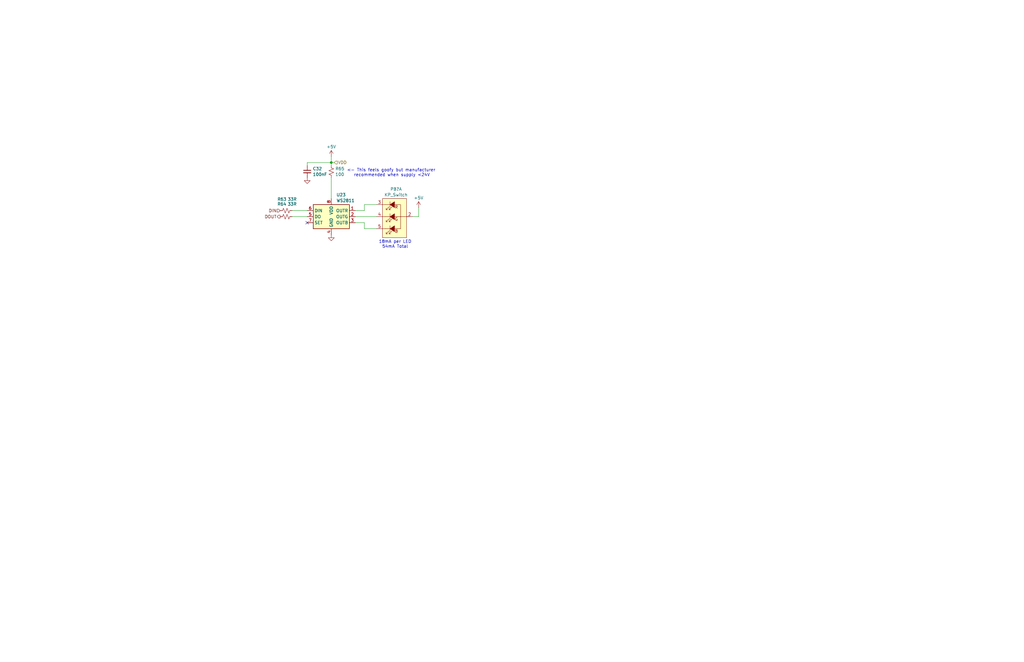
<source format=kicad_sch>
(kicad_sch (version 20250114) (generator "eeschema") (generator_version "9.0")
  (paper "B")
  (lib_symbols
    (symbol "AudioPanelLibrary:KP_Switch" (pin_names (hide yes))
      (property "Reference" "PB" (at 0 8.89 0))
      (property "Value" "KP_Switch" (at 0 0 0))
      (symbol "KP_Switch_0_1"
        (polyline (pts (xy 2.54 0) (xy 2.54 0)))
      )
      (symbol "KP_Switch_1_0"
        (polyline (pts (xy -3.81 5.08) (xy 1.27 5.08)))
        (polyline (pts (xy -3.81 0) (xy 1.27 0)))
        (polyline (pts (xy -3.81 -5.08) (xy 1.27 -5.08)))
        (polyline (pts (xy -3.556 3.556) (xy -3.556 2.921) (xy -2.921 2.921)))
        (polyline (pts (xy -3.556 2.921) (xy -2.286 4.191)))
        (polyline (pts (xy -3.556 -1.524) (xy -3.556 -2.159) (xy -2.921 -2.159)))
        (polyline (pts (xy -3.556 -2.159) (xy -2.286 -0.889)))
        (polyline (pts (xy -3.556 -6.604) (xy -3.556 -7.239) (xy -2.921 -7.239)))
        (polyline (pts (xy -3.556 -7.239) (xy -2.286 -5.969)))
        (polyline (pts (xy -2.286 3.556) (xy -2.286 2.921) (xy -1.651 2.921)))
        (polyline (pts (xy -2.286 2.921) (xy -1.016 4.191)))
        (polyline (pts (xy -2.286 -1.524) (xy -2.286 -2.159) (xy -1.651 -2.159)))
        (polyline (pts (xy -2.286 -2.159) (xy -1.016 -0.889)))
        (polyline (pts (xy -2.286 -6.604) (xy -2.286 -7.239) (xy -1.651 -7.239)))
        (polyline (pts (xy -2.286 -7.239) (xy -1.016 -5.969)))
        (polyline (pts (xy -1.905 6.35) (xy -1.905 3.81)))
        (polyline (pts (xy -1.905 5.08) (xy 0 6.35) (xy 0 3.81) (xy -1.905 5.08)) (fill (type outline)))
        (polyline (pts (xy -1.905 1.27) (xy -1.905 -1.27)))
        (polyline (pts (xy -1.905 0) (xy 0 1.27) (xy 0 -1.27) (xy -1.905 0)) (fill (type outline)))
        (polyline (pts (xy -1.905 -3.81) (xy -1.905 -6.35)))
        (polyline (pts (xy -1.905 -5.08) (xy 0 -3.81) (xy 0 -6.35) (xy -1.905 -5.08)) (fill (type outline)))
      )
      (symbol "KP_Switch_1_1"
        (rectangle (start -5.08 7.62) (end 5.08 -8.89) (fill (type background)))
        (polyline (pts (xy -3.81 5.08) (xy -5.08 5.08)))
        (polyline (pts (xy -3.81 0) (xy -5.08 0)))
        (polyline (pts (xy -3.81 0) (xy -3.81 0)))
        (polyline (pts (xy -3.81 -5.08) (xy -5.08 -5.08)))
        (polyline (pts (xy 1.27 5.08) (xy 2.54 5.08) (xy 2.54 -5.08)))
        (polyline (pts (xy 1.27 0) (xy 2.54 0)))
        (polyline (pts (xy 1.27 -5.08) (xy 2.54 -5.08)))
        (polyline (pts (xy 6.35 0) (xy 2.54 0)))
        (text "R" (at 0.762 4.064 0) (effects (font (size 1.27 1.27))))
        (text "G" (at 0.762 -1.016 0) (effects (font (size 1.27 1.27))))
        (text "B" (at 0.762 -6.096 0) (effects (font (size 1.27 1.27))))
        (pin passive line (at -7.62 5.08 0) (length 2.54) (name "K_R") (number "3"))
        (pin passive line (at -7.62 0 0) (length 2.54) (name "K_G") (number "4"))
        (pin passive line (at -7.62 -5.08 0) (length 2.54) (name "K_B") (number "5"))
        (pin passive line (at 7.62 0 180) (length 2.54) (name "A") (number "2"))
      )
      (symbol "KP_Switch_2_1"
        (rectangle (start -3.81 3.81) (end 3.81 -1.27) (fill (type background)))
        (circle (center -2.032 0) (radius 0.508))
        (polyline (pts (xy 0 1.27) (xy 0 3.048)))
        (circle (center 2.032 0) (radius 0.508))
        (polyline (pts (xy 2.54 1.27) (xy -2.54 1.27)))
        (pin passive line (at -6.35 0 0) (length 2.54) (name "1") (number "1"))
        (pin passive line (at 6.35 0 180) (length 2.54) (name "A") (number "1a"))
      )
    )
    (symbol "Device:C_Small" (pin_numbers (hide yes)) (pin_names (offset 0.254) (hide yes))
      (property "Reference" "C" (at 0.254 1.778 0))
      (property "Value" "C_Small" (at 0.254 -2.032 0))
      (symbol "C_Small_0_1"
        (polyline (pts (xy -1.524 0.508) (xy 1.524 0.508)) (stroke (width 0.3048)))
        (polyline (pts (xy -1.524 -0.508) (xy 1.524 -0.508)) (stroke (width 0.3302)))
      )
      (symbol "C_Small_1_1"
        (pin passive line (at 0 2.54 270) (length 2.032) (name "~") (number "1"))
        (pin passive line (at 0 -2.54 90) (length 2.032) (name "~") (number "2"))
      )
    )
    (symbol "Device:R_Small_US" (pin_numbers (hide yes)) (pin_names (offset 0.254) (hide yes))
      (property "Reference" "R" (at 0.762 0.508 0))
      (property "Value" "R_Small_US" (at 0.762 -1.016 0))
      (symbol "R_Small_US_1_1"
        (polyline (pts (xy 0 1.524) (xy 1.016 1.143) (xy 0 0.762) (xy -1.016 0.381) (xy 0 0)))
        (polyline (pts (xy 0 0) (xy 1.016 -0.381) (xy 0 -0.762) (xy -1.016 -1.143) (xy 0 -1.524)))
        (pin passive line (at 0 2.54 270) (length 1.016) (name "~") (number "1"))
        (pin passive line (at 0 -2.54 90) (length 1.016) (name "~") (number "2"))
      )
    )
    (symbol "Driver_LED:WS2811"
      (property "Reference" "U" (at -6.35 6.35 0))
      (property "Value" "WS2811" (at 5.08 6.35 0))
      (symbol "WS2811_0_1"
        (rectangle (start -7.62 5.08) (end 7.62 -5.08) (stroke (width 0.254)) (fill (type background)))
      )
      (symbol "WS2811_1_1"
        (pin input line (at -10.16 2.54 0) (length 2.54) (name "DIN") (number "6"))
        (pin output line (at -10.16 0 0) (length 2.54) (name "DO") (number "5"))
        (pin input line (at -10.16 -2.54 0) (length 2.54) (name "SET") (number "7"))
        (pin power_in line (at 0 7.62 270) (length 2.54) (name "VDD") (number "8"))
        (pin power_in line (at 0 -7.62 90) (length 2.54) (name "GND") (number "4"))
        (pin output line (at 10.16 2.54 180) (length 2.54) (name "OUTR") (number "1"))
        (pin output line (at 10.16 0 180) (length 2.54) (name "OUTG") (number "2"))
        (pin output line (at 10.16 -2.54 180) (length 2.54) (name "OUTB") (number "3"))
      )
    )
    (symbol "power:+5V" (power) (pin_numbers (hide yes)) (pin_names (offset 0) (hide yes))
      (property "Value" "+5V" (at 0 3.556 0))
      (symbol "+5V_0_1"
        (polyline (pts (xy -0.762 1.27) (xy 0 2.54)))
        (polyline (pts (xy 0 2.54) (xy 0.762 1.27)))
        (polyline (pts (xy 0 0) (xy 0 2.54)))
      )
      (symbol "+5V_1_1"
        (pin power_in line (at 0 0 90) (length 0) (name "~") (number "1"))
      )
    )
    (symbol "power:GND" (power) (pin_numbers (hide yes)) (pin_names (offset 0) (hide yes))
      (property "Value" "GND" (at 0 -3.81 0))
      (symbol "GND_0_1"
        (polyline (pts (xy 0 0) (xy 0 -1.27) (xy 1.27 -1.27) (xy 0 -2.54) (xy -1.27 -1.27) (xy 0 -1.27)))
      )
      (symbol "GND_1_1"
        (pin power_in line (at 0 0 270) (length 0) (name "~") (number "1"))
      )
    )
  )
  (text "<- This feels goofy but manufacturer\n   recommended when supply <24V" (at 146.304 72.898 0) (effects (font (size 1.27 1.27)) (justify left)))
  (text "18mA per LED\n54mA Total" (at 166.624 103.124 0) (effects (font (size 1.27 1.27))))
  (junction (at 139.7 68.58))
  (no_connect (at 129.54 93.98))
  (wire (pts (xy 149.86 93.98) (xy 153.67 93.98)))
  (wire (pts (xy 139.7 74.93) (xy 139.7 83.82)))
  (wire (pts (xy 139.7 66.04) (xy 139.7 68.58)))
  (wire (pts (xy 139.7 68.58) (xy 129.54 68.58)))
  (wire (pts (xy 153.67 96.52) (xy 158.75 96.52)))
  (wire (pts (xy 176.53 87.63) (xy 176.53 91.44)))
  (wire (pts (xy 149.86 91.44) (xy 158.75 91.44)))
  (wire (pts (xy 123.19 88.9) (xy 129.54 88.9)))
  (wire (pts (xy 139.7 68.58) (xy 140.97 68.58)))
  (wire (pts (xy 153.67 86.36) (xy 158.75 86.36)))
  (wire (pts (xy 153.67 93.98) (xy 153.67 96.52)))
  (wire (pts (xy 123.19 91.44) (xy 129.54 91.44)))
  (wire (pts (xy 149.86 88.9) (xy 153.67 88.9)))
  (wire (pts (xy 139.7 68.58) (xy 139.7 69.85)))
  (wire (pts (xy 153.67 88.9) (xy 153.67 86.36)))
  (wire (pts (xy 176.53 91.44) (xy 173.99 91.44)))
  (wire (pts (xy 129.54 68.58) (xy 129.54 69.85)))
  (hierarchical_label "VDD" (shape input) (at 140.97 68.58 0))
  (hierarchical_label "DOUT" (shape output) (at 118.11 91.44 180))
  (hierarchical_label "DIN" (shape input) (at 118.11 88.9 180))
  (symbol (lib_id "Device:C_Small") (at 129.54 72.39 0) (unit 1)
    (property "Reference" "C?" (at 131.8641 71.1841 0) (effects (justify left)))
    (property "Value" "100nF" (at 131.8641 73.6084 0) (effects (justify left)))
    (property "Description" "Unpolarized capacitor, small symbol" (effects (hide yes)))
    (instances (project "PilotAudioPanel" (path "" (reference "C32") (unit 1)) (path "" (reference "C?") (unit 1)) (path "" (reference "C36") (unit 1)) (path "" (reference "C35") (unit 1)) (path "" (reference "C30") (unit 1)) (path "" (reference "C37") (unit 1)) (path "" (reference "C33") (unit 1)) (path "" (reference "C29") (unit 1)) (path "" (reference "C34") (unit 1)) (path "" (reference "C38") (unit 1)) (path "" (reference "C31") (unit 1)) (path "" (reference "C39") (unit 1))))
  )
  (symbol (lib_id "power:GND") (at 139.7 99.06 0) (unit 1)
    (property "Reference" "#PWR062" (effects (hide yes)))
    (property "Value" "GND" (effects (hide yes)))
    (property "Description" "Power symbol creates a global label with name \"GND\" , ground" (effects (hide yes)))
    (instances (project "PilotAudioPanel" (path "" (reference "#PWR080") (unit 1)) (path "" (reference "#PWR062") (unit 1)) (path "" (reference "#PWR096") (unit 1)) (path "" (reference "#PWR092") (unit 1)) (path "" (reference "#PWR072") (unit 1)) (path "" (reference "#PWR0100") (unit 1)) (path "" (reference "#PWR084") (unit 1)) (path "" (reference "#PWR063") (unit 1)) (path "" (reference "#PWR088") (unit 1)) (path "" (reference "#PWR0104") (unit 1)) (path "" (reference "#PWR076") (unit 1)) (path "" (reference "#PWR0108") (unit 1))))
  )
  (symbol (lib_id "AudioPanelLibrary:KP_Switch") (at 166.37 91.44 0) (unit 1)
    (property "Reference" "PB?" (at 167.005 79.8025 0))
    (property "Value" "KP_Switch" (at 167.005 82.2268 0))
    (property "Datasheet" "https://www.nkkswitches.com/pdf/KP_Series.pdf" (effects (hide yes)))
  )
  (symbol (lib_id "Driver_LED:WS2811") (at 139.7 91.44 0) (unit 1)
    (property "Reference" "U19" (at 141.8433 82.2155 0) (effects (justify left)))
    (property "Value" "WS2811" (at 141.8433 84.6398 0) (effects (justify left)))
    (property "Footprint" "Package_SO:SOP-8_3.9x4.9mm_P1.27mm" (effects (hide yes)))
    (property "Datasheet" "https://cdn-shop.adafruit.com/datasheets/WS2811.pdf" (effects (hide yes)))
    (property "Description" "3-Channel 8-Bit PWM LED Driver, DIP-8/SOIC-8" (effects (hide yes)))
    (instances (project "PilotAudioPanel" (path "" (reference "U23") (unit 1)) (path "" (reference "U19") (unit 1)) (path "" (reference "U27") (unit 1)) (path "" (reference "U26") (unit 1)) (path "" (reference "U21") (unit 1)) (path "" (reference "U29") (unit 1)) (path "" (reference "U24") (unit 1)) (path "" (reference "U20") (unit 1)) (path "" (reference "U25") (unit 1)) (path "" (reference "U31") (unit 1)) (path "" (reference "U22") (unit 1)) (path "" (reference "U33") (unit 1))))
  )
  (symbol (lib_id "Device:R_Small_US") (at 120.65 88.9 90) (unit 1)
    (property "Reference" "R?" (at 118.872 84.074 90))
    (property "Value" "33R" (at 123.19 84.074 90))
    (property "Description" "Resistor, small US symbol" (effects (hide yes)))
    (instances (project "PilotAudioPanel" (path "" (reference "R63") (unit 1)) (path "" (reference "R?") (unit 1)) (path "" (reference "R75") (unit 1)) (path "" (reference "R72") (unit 1)) (path "" (reference "R57") (unit 1)) (path "" (reference "R78") (unit 1)) (path "" (reference "R66") (unit 1)) (path "" (reference "R54") (unit 1)) (path "" (reference "R69") (unit 1)) (path "" (reference "R81") (unit 1)) (path "" (reference "R60") (unit 1)) (path "" (reference "R84") (unit 1))))
  )
  (symbol (lib_id "power:+5V") (at 139.7 66.04 0) (unit 1)
    (property "Reference" "#PWR?" (effects (hide yes)))
    (property "Value" "+5V" (at 139.7 61.9069 0))
    (property "Description" "Power symbol creates a global label with name \"+5V\"" (effects (hide yes)))
    (instances (project "PilotAudioPanel" (path "" (reference "#PWR079") (unit 1)) (path "" (reference "#PWR?") (unit 1)) (path "" (reference "#PWR095") (unit 1)) (path "" (reference "#PWR091") (unit 1)) (path "" (reference "#PWR071") (unit 1)) (path "" (reference "#PWR099") (unit 1)) (path "" (reference "#PWR083") (unit 1)) (path "" (reference "#PWR068") (unit 1)) (path "" (reference "#PWR087") (unit 1)) (path "" (reference "#PWR0103") (unit 1)) (path "" (reference "#PWR075") (unit 1)) (path "" (reference "#PWR0107") (unit 1))))
  )
  (symbol (lib_id "Device:R_Small_US") (at 120.65 91.44 90) (unit 1)
    (property "Reference" "R51" (at 118.872 86.106 90))
    (property "Value" "33R" (at 123.19 86.106 90))
    (property "Description" "Resistor, small US symbol" (effects (hide yes)))
    (instances (project "PilotAudioPanel" (path "" (reference "R64") (unit 1)) (path "" (reference "R51") (unit 1)) (path "" (reference "R76") (unit 1)) (path "" (reference "R73") (unit 1)) (path "" (reference "R58") (unit 1)) (path "" (reference "R79") (unit 1)) (path "" (reference "R67") (unit 1)) (path "" (reference "R52") (unit 1)) (path "" (reference "R70") (unit 1)) (path "" (reference "R82") (unit 1)) (path "" (reference "R61") (unit 1)) (path "" (reference "R85") (unit 1))))
  )
  (symbol (lib_id "power:GND") (at 129.54 74.93 0) (unit 1)
    (property "Reference" "#PWR?" (effects (hide yes)))
    (property "Value" "GND" (effects (hide yes)))
    (property "Description" "Power symbol creates a global label with name \"GND\" , ground" (effects (hide yes)))
    (instances (project "PilotAudioPanel" (path "" (reference "#PWR078") (unit 1)) (path "" (reference "#PWR?") (unit 1)) (path "" (reference "#PWR094") (unit 1)) (path "" (reference "#PWR090") (unit 1)) (path "" (reference "#PWR070") (unit 1)) (path "" (reference "#PWR098") (unit 1)) (path "" (reference "#PWR082") (unit 1)) (path "" (reference "#PWR067") (unit 1)) (path "" (reference "#PWR086") (unit 1)) (path "" (reference "#PWR0102") (unit 1)) (path "" (reference "#PWR074") (unit 1)) (path "" (reference "#PWR0106") (unit 1))))
  )
  (symbol (lib_id "power:+5V") (at 176.53 87.63 0) (unit 1)
    (property "Reference" "#PWR064" (effects (hide yes)))
    (property "Value" "+5V" (at 176.53 83.4969 0))
    (property "Description" "Power symbol creates a global label with name \"+5V\"" (effects (hide yes)))
    (instances (project "PilotAudioPanel" (path "" (reference "#PWR081") (unit 1)) (path "" (reference "#PWR064") (unit 1)) (path "" (reference "#PWR097") (unit 1)) (path "" (reference "#PWR093") (unit 1)) (path "" (reference "#PWR073") (unit 1)) (path "" (reference "#PWR0101") (unit 1)) (path "" (reference "#PWR085") (unit 1)) (path "" (reference "#PWR069") (unit 1)) (path "" (reference "#PWR089") (unit 1)) (path "" (reference "#PWR0105") (unit 1)) (path "" (reference "#PWR077") (unit 1)) (path "" (reference "#PWR0109") (unit 1))))
  )
  (symbol (lib_id "Device:R_Small_US") (at 139.7 72.39 0) (unit 1)
    (property "Reference" "R?" (at 141.351 71.1778 0) (effects (justify left)))
    (property "Value" "100" (at 141.351 73.6021 0) (effects (justify left)))
    (property "Description" "Resistor, small US symbol" (effects (hide yes)))
    (instances (project "PilotAudioPanel" (path "" (reference "R65") (unit 1)) (path "" (reference "R?") (unit 1)) (path "" (reference "R77") (unit 1)) (path "" (reference "R74") (unit 1)) (path "" (reference "R59") (unit 1)) (path "" (reference "R80") (unit 1)) (path "" (reference "R68") (unit 1)) (path "" (reference "R56") (unit 1)) (path "" (reference "R71") (unit 1)) (path "" (reference "R83") (unit 1)) (path "" (reference "R62") (unit 1)) (path "" (reference "R86") (unit 1))))
  )
)
</source>
